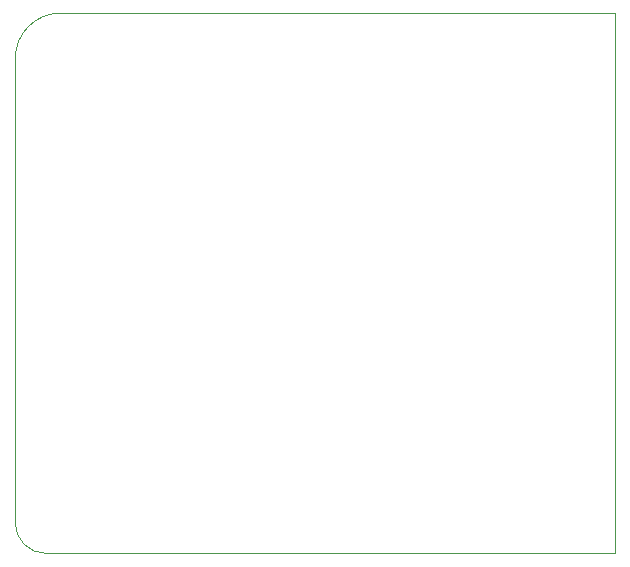
<source format=gbr>
%TF.GenerationSoftware,KiCad,Pcbnew,5.1.6*%
%TF.CreationDate,2020-06-10T16:54:39+07:00*%
%TF.ProjectId,pi_hat_driver_ULN2003,70695f68-6174-45f6-9472-697665725f55,rev?*%
%TF.SameCoordinates,Original*%
%TF.FileFunction,Profile,NP*%
%FSLAX46Y46*%
G04 Gerber Fmt 4.6, Leading zero omitted, Abs format (unit mm)*
G04 Created by KiCad (PCBNEW 5.1.6) date 2020-06-10 16:54:39*
%MOMM*%
%LPD*%
G01*
G04 APERTURE LIST*
%TA.AperFunction,Profile*%
%ADD10C,0.050000*%
%TD*%
G04 APERTURE END LIST*
D10*
X72390000Y-62230000D02*
X72390000Y-16510000D01*
X24130000Y-62230000D02*
X72390000Y-62230000D01*
X21590000Y-59690000D02*
X21590000Y-20320000D01*
X24130000Y-62230000D02*
G75*
G02*
X21590000Y-59690000I0J2540000D01*
G01*
X21590000Y-20320000D02*
G75*
G02*
X25400000Y-16510000I3810000J0D01*
G01*
X72390000Y-16510000D02*
X25400000Y-16510000D01*
M02*

</source>
